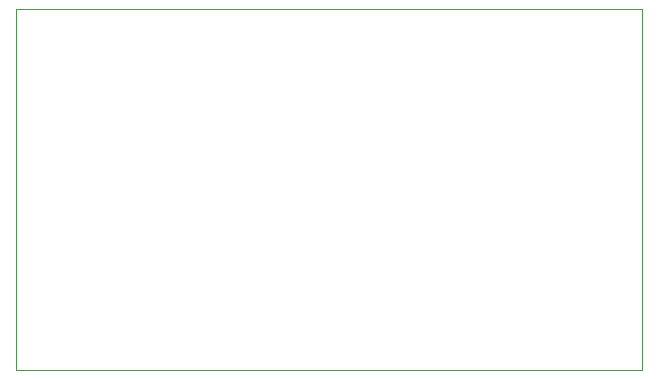
<source format=gbr>
%TF.GenerationSoftware,KiCad,Pcbnew,8.0.5*%
%TF.CreationDate,2025-01-11T13:33:14+03:00*%
%TF.ProjectId,Counter_CD4033,436f756e-7465-4725-9f43-44343033332e,rev?*%
%TF.SameCoordinates,Original*%
%TF.FileFunction,Profile,NP*%
%FSLAX46Y46*%
G04 Gerber Fmt 4.6, Leading zero omitted, Abs format (unit mm)*
G04 Created by KiCad (PCBNEW 8.0.5) date 2025-01-11 13:33:14*
%MOMM*%
%LPD*%
G01*
G04 APERTURE LIST*
%TA.AperFunction,Profile*%
%ADD10C,0.050000*%
%TD*%
G04 APERTURE END LIST*
D10*
X119000000Y-63500000D02*
X172000000Y-63500000D01*
X172000000Y-94000000D01*
X119000000Y-94000000D01*
X119000000Y-63500000D01*
M02*

</source>
